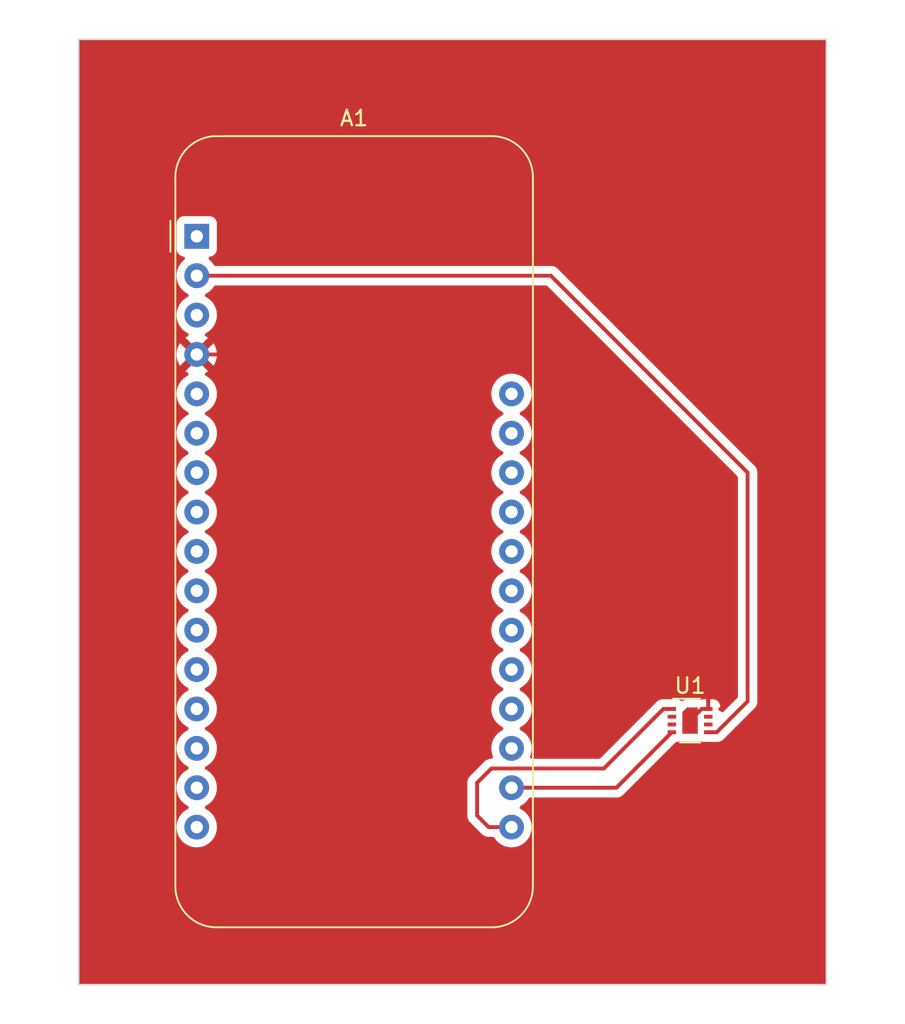
<source format=kicad_pcb>
(kicad_pcb (version 20221018) (generator pcbnew)
  (layers (0 "F.Cu" signal) (31 "B.Cu" signal) (34 "B.Paste" user) (35 "F.Paste" user) (36 "B.SilkS" user "B.Silkscreen") (37 "F.SilkS" user "F.Silkscreen") (38 "B.Mask" user) (39 "F.Mask" user) (44 "Edge.Cuts" user))
  (net 0 "")
  (net 2 "VCC")
  (net 4 "GND")
  (net 17 "SDA")
  (net 18 "SCL")
  (footprint "Sensor_Humidity:Sensirion_DFN-8-1EP_2.5x2.5mm_P0.5mm_EP1.1x1.7mm" (layer "F.Cu") (at 115.665 120.13)
    (fp_text reference "U1" (at 0 -2.25) (layer "F.SilkS"))
    (fp_text value "SHT30-DIS")
    (fp_line (start -1.09 -1.41) (end 0.65 -1.41) (stroke (width 0.12)) (layer "F.SilkS"))
    (fp_line (start -0.65 1.41) (end 0.65 1.41) (stroke (width 0.12)) (layer "F.SilkS"))
    (pad "1" smd rect (at -1.175 -0.75) (size 0.55 0.25) (layers "F.Cu" "F.Paste" "F.Mask") (net 17 "SDA"))
    (pad "2" smd rect (at -1.175 -0.25) (size 0.55 0.25) (layers "F.Cu" "F.Paste" "F.Mask"))
    (pad "3" smd rect (at -1.175 0.25) (size 0.55 0.25) (layers "F.Cu" "F.Paste" "F.Mask"))
    (pad "4" smd rect (at -1.175 0.75 180) (size 0.55 0.25) (layers "F.Cu" "F.Paste" "F.Mask") (net 18 "SCL"))
    (pad "5" smd rect (at 1.175 0.75) (size 0.55 0.25) (layers "F.Cu" "F.Paste" "F.Mask") (net 2 "VCC"))
    (pad "6" smd rect (at 1.175 0.25) (size 0.55 0.25) (layers "F.Cu" "F.Paste" "F.Mask"))
    (pad "7" smd rect (at 1.175 -0.25) (size 0.55 0.25) (layers "F.Cu" "F.Paste" "F.Mask"))
    (pad "8" smd rect (at 1.175 -0.75) (size 0.55 0.25) (layers "F.Cu" "F.Paste" "F.Mask") (net 4 "GND"))
    (pad "9" smd custom (at 0 0) (size 1 1) (layers "F.Cu" "F.Mask") (net 4 "GND") (options (clearance outline) (anchor circle)) (primitives (gr_poly (pts (xy 0.5 0.85) (xy -0.5 0.85) (xy -0.5 -0.55) (xy -0.2 -0.85) (xy 0.5 -0.85)) (width 0) (fill yes))))
  )
  (footprint "Module:Adafruit_Feather" (layer "F.Cu") (at 83.82 88.9)
    (fp_text reference "A1" (at 10.16 -7.62) (layer "F.SilkS"))
    (fp_text value "Adafruit_Feather_HUZZAH32_ESP32")
    (fp_line (start -1.7 1) (end -1.7 -1) (stroke (width 0.12)) (layer "F.SilkS"))
    (fp_line (start -1.38 -3.81) (end -1.38 41.91) (stroke (width 0.12)) (layer "F.SilkS"))
    (fp_line (start 19.05 -6.46) (end 1.27 -6.46) (stroke (width 0.12)) (layer "F.SilkS"))
    (fp_line (start 19.05 44.56) (end 1.27 44.56) (stroke (width 0.12)) (layer "F.SilkS"))
    (fp_line (start 21.7 -3.81) (end 21.7 41.91) (stroke (width 0.12)) (layer "F.SilkS"))
    (fp_arc (start -1.38 -3.81) (mid -0.603833 -5.683833) (end 1.27 -6.46) (stroke (width 0.12)) (layer "F.SilkS"))
    (fp_arc (start 1.27 44.56) (mid -0.603833 43.783833) (end -1.38 41.91) (stroke (width 0.12)) (layer "F.SilkS"))
    (fp_arc (start 19.05 -6.46) (mid 20.923833 -5.683833) (end 21.7 -3.81) (stroke (width 0.12)) (layer "F.SilkS"))
    (fp_arc (start 21.7 41.91) (mid 20.923833 43.783833) (end 19.05 44.56) (stroke (width 0.12)) (layer "F.SilkS"))
    (pad "1" thru_hole rect (at 0 0 180) (size 1.6 1.6) (drill 0.8) (layers "*.Cu" "*.Mask"))
    (pad "2" thru_hole circle (at 0 2.54 180) (size 1.6 1.6) (drill 0.8) (layers "*.Cu" "*.Mask") (net 2 "VCC"))
    (pad "3" thru_hole circle (at 0 5.08 180) (size 1.6 1.6) (drill 0.8) (layers "*.Cu" "*.Mask"))
    (pad "4" thru_hole circle (at 0 7.62 180) (size 1.6 1.6) (drill 0.8) (layers "*.Cu" "*.Mask") (net 4 "GND"))
    (pad "5" thru_hole circle (at 0 10.16 180) (size 1.6 1.6) (drill 0.8) (layers "*.Cu" "*.Mask"))
    (pad "6" thru_hole circle (at 0 12.7 180) (size 1.6 1.6) (drill 0.8) (layers "*.Cu" "*.Mask"))
    (pad "7" thru_hole circle (at 0 15.24 180) (size 1.6 1.6) (drill 0.8) (layers "*.Cu" "*.Mask"))
    (pad "8" thru_hole circle (at 0 17.78 180) (size 1.6 1.6) (drill 0.8) (layers "*.Cu" "*.Mask"))
    (pad "9" thru_hole circle (at 0 20.32 180) (size 1.6 1.6) (drill 0.8) (layers "*.Cu" "*.Mask"))
    (pad "10" thru_hole circle (at 0 22.86 180) (size 1.6 1.6) (drill 0.8) (layers "*.Cu" "*.Mask"))
    (pad "11" thru_hole circle (at 0 25.4 180) (size 1.6 1.6) (drill 0.8) (layers "*.Cu" "*.Mask"))
    (pad "12" thru_hole circle (at 0 27.94 180) (size 1.6 1.6) (drill 0.8) (layers "*.Cu" "*.Mask"))
    (pad "13" thru_hole circle (at 0 30.48 180) (size 1.6 1.6) (drill 0.8) (layers "*.Cu" "*.Mask"))
    (pad "14" thru_hole circle (at 0 33.02 180) (size 1.6 1.6) (drill 0.8) (layers "*.Cu" "*.Mask"))
    (pad "15" thru_hole circle (at 0 35.56 180) (size 1.6 1.6) (drill 0.8) (layers "*.Cu" "*.Mask"))
    (pad "16" thru_hole circle (at 0 38.1 180) (size 1.6 1.6) (drill 0.8) (layers "*.Cu" "*.Mask"))
    (pad "17" thru_hole circle (at 20.32 38.1 180) (size 1.6 1.6) (drill 0.8) (layers "*.Cu" "*.Mask") (net 17 "SDA"))
    (pad "18" thru_hole circle (at 20.32 35.56 180) (size 1.6 1.6) (drill 0.8) (layers "*.Cu" "*.Mask") (net 18 "SCL"))
    (pad "19" thru_hole circle (at 20.32 33.02 180) (size 1.6 1.6) (drill 0.8) (layers "*.Cu" "*.Mask"))
    (pad "20" thru_hole circle (at 20.32 30.48 180) (size 1.6 1.6) (drill 0.8) (layers "*.Cu" "*.Mask"))
    (pad "21" thru_hole circle (at 20.32 27.94 180) (size 1.6 1.6) (drill 0.8) (layers "*.Cu" "*.Mask"))
    (pad "22" thru_hole circle (at 20.32 25.4 180) (size 1.6 1.6) (drill 0.8) (layers "*.Cu" "*.Mask"))
    (pad "23" thru_hole circle (at 20.32 22.86 180) (size 1.6 1.6) (drill 0.8) (layers "*.Cu" "*.Mask"))
    (pad "24" thru_hole circle (at 20.32 20.32 180) (size 1.6 1.6) (drill 0.8) (layers "*.Cu" "*.Mask"))
    (pad "25" thru_hole circle (at 20.32 17.78 180) (size 1.6 1.6) (drill 0.8) (layers "*.Cu" "*.Mask"))
    (pad "26" thru_hole circle (at 20.32 15.24 180) (size 1.6 1.6) (drill 0.8) (layers "*.Cu" "*.Mask"))
    (pad "27" thru_hole circle (at 20.32 12.7 180) (size 1.6 1.6) (drill 0.8) (layers "*.Cu" "*.Mask"))
    (pad "28" thru_hole circle (at 20.32 10.16 180) (size 1.6 1.6) (drill 0.8) (layers "*.Cu" "*.Mask"))
  )
  (gr_rect (start 76.2 76.2) (end 124.46 137.16) (stroke (width 0.1)) (fill none) (layer "Edge.Cuts"))
  (segment (start 119.38 104.14) (end 119.38 118.89) (width 0.25) (layer "F.Cu") (net 2))
  (segment (start 117.39 120.88) (end 116.84 120.88) (width 0.25) (layer "F.Cu") (net 2))
  (segment (start 106.68 91.44) (end 119.38 104.14) (width 0.25) (layer "F.Cu") (net 2))
  (segment (start 83.82 91.44) (end 106.68 91.44) (width 0.25) (layer "F.Cu") (net 2))
  (segment (start 119.38 118.89) (end 117.39 120.88) (width 0.25) (layer "F.Cu") (net 2))
  (segment (start 109.22 96.52) (end 83.82 96.52) (width 0.25) (layer "F.Cu") (net 4))
  (segment (start 116.84 119.38) (end 116.84 104.14) (width 0.25) (layer "F.Cu") (net 4))
  (segment (start 116.84 119.38) (end 116.415 119.38) (width 0.25) (layer "F.Cu") (net 4))
  (segment (start 116.84 104.14) (end 109.22 96.52) (width 0.25) (layer "F.Cu") (net 4))
  (segment (start 116.415 119.38) (end 115.665 120.13) (width 0.25) (layer "F.Cu") (net 4))
  (segment (start 101.918242 124.141758) (end 102.840482 123.219518) (width 0.25) (layer "F.Cu") (net 17))
  (segment (start 102.840482 123.219518) (end 110.100482 123.219518) (width 0.25) (layer "F.Cu") (net 17))
  (segment (start 104.14 127) (end 102.662322 127) (width 0.25) (layer "F.Cu") (net 17))
  (segment (start 113.94 119.38) (end 114.3 119.38) (width 0.25) (layer "F.Cu") (net 17))
  (segment (start 101.918242 126.25592) (end 101.918242 124.141758) (width 0.25) (layer "F.Cu") (net 17))
  (segment (start 102.662322 127) (end 101.918242 126.25592) (width 0.25) (layer "F.Cu") (net 17))
  (segment (start 110.100482 123.219518) (end 113.94 119.38) (width 0.25) (layer "F.Cu") (net 17))
  (segment (start 104.14 124.46) (end 110.91 124.46) (width 0.25) (layer "F.Cu") (net 18))
  (segment (start 110.91 124.46) (end 114.49 120.88) (width 0.25) (layer "F.Cu") (net 18))
  (zone (net 4) (net_name "GND") (layer "F.Cu") (connect_pads (clearance 0.5)) (min_thickness 0.25) (fill yes (thermal_gap 0.5) (thermal_bridge_width 0.5))
    (polygon (pts (xy 129.54 139.7) (xy 129.54 73.66) (xy 71.12 73.66) (xy 71.12 139.7)))
  )
)
</source>
